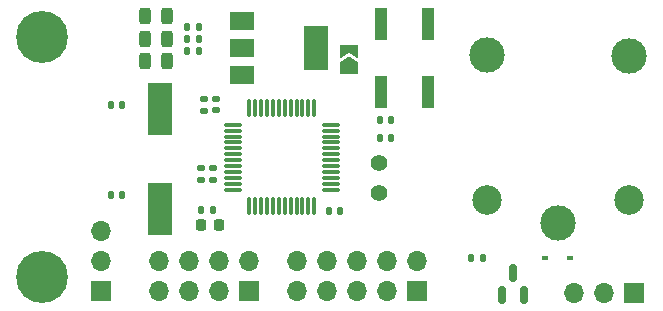
<source format=gbr>
%TF.GenerationSoftware,KiCad,Pcbnew,(6.0.7)*%
%TF.CreationDate,2022-09-05T20:23:25-07:00*%
%TF.ProjectId,EB4,4542342e-6b69-4636-9164-5f7063625858,rev?*%
%TF.SameCoordinates,Original*%
%TF.FileFunction,Soldermask,Top*%
%TF.FilePolarity,Negative*%
%FSLAX46Y46*%
G04 Gerber Fmt 4.6, Leading zero omitted, Abs format (unit mm)*
G04 Created by KiCad (PCBNEW (6.0.7)) date 2022-09-05 20:23:25*
%MOMM*%
%LPD*%
G01*
G04 APERTURE LIST*
G04 Aperture macros list*
%AMRoundRect*
0 Rectangle with rounded corners*
0 $1 Rounding radius*
0 $2 $3 $4 $5 $6 $7 $8 $9 X,Y pos of 4 corners*
0 Add a 4 corners polygon primitive as box body*
4,1,4,$2,$3,$4,$5,$6,$7,$8,$9,$2,$3,0*
0 Add four circle primitives for the rounded corners*
1,1,$1+$1,$2,$3*
1,1,$1+$1,$4,$5*
1,1,$1+$1,$6,$7*
1,1,$1+$1,$8,$9*
0 Add four rect primitives between the rounded corners*
20,1,$1+$1,$2,$3,$4,$5,0*
20,1,$1+$1,$4,$5,$6,$7,0*
20,1,$1+$1,$6,$7,$8,$9,0*
20,1,$1+$1,$8,$9,$2,$3,0*%
%AMFreePoly0*
4,1,6,1.000000,0.000000,0.500000,-0.750000,-0.500000,-0.750000,-0.500000,0.750000,0.500000,0.750000,1.000000,0.000000,1.000000,0.000000,$1*%
%AMFreePoly1*
4,1,6,0.500000,-0.750000,-0.650000,-0.750000,-0.150000,0.000000,-0.650000,0.750000,0.500000,0.750000,0.500000,-0.750000,0.500000,-0.750000,$1*%
G04 Aperture macros list end*
%ADD10R,0.600000X0.450000*%
%ADD11RoundRect,0.243750X-0.243750X-0.456250X0.243750X-0.456250X0.243750X0.456250X-0.243750X0.456250X0*%
%ADD12R,1.700000X1.700000*%
%ADD13O,1.700000X1.700000*%
%ADD14C,0.700000*%
%ADD15C,4.400000*%
%ADD16RoundRect,0.140000X0.170000X-0.140000X0.170000X0.140000X-0.170000X0.140000X-0.170000X-0.140000X0*%
%ADD17RoundRect,0.075000X-0.662500X-0.075000X0.662500X-0.075000X0.662500X0.075000X-0.662500X0.075000X0*%
%ADD18RoundRect,0.075000X-0.075000X-0.662500X0.075000X-0.662500X0.075000X0.662500X-0.075000X0.662500X0*%
%ADD19RoundRect,0.135000X-0.135000X-0.185000X0.135000X-0.185000X0.135000X0.185000X-0.135000X0.185000X0*%
%ADD20RoundRect,0.140000X0.140000X0.170000X-0.140000X0.170000X-0.140000X-0.170000X0.140000X-0.170000X0*%
%ADD21RoundRect,0.150000X0.150000X-0.587500X0.150000X0.587500X-0.150000X0.587500X-0.150000X-0.587500X0*%
%ADD22RoundRect,0.140000X-0.140000X-0.170000X0.140000X-0.170000X0.140000X0.170000X-0.140000X0.170000X0*%
%ADD23FreePoly0,90.000000*%
%ADD24FreePoly1,90.000000*%
%ADD25C,3.000000*%
%ADD26C,2.500000*%
%ADD27RoundRect,0.135000X0.135000X0.185000X-0.135000X0.185000X-0.135000X-0.185000X0.135000X-0.185000X0*%
%ADD28R,1.000000X2.800000*%
%ADD29C,1.400000*%
%ADD30R,2.000000X1.500000*%
%ADD31R,2.000000X3.800000*%
%ADD32RoundRect,0.225000X-0.225000X-0.250000X0.225000X-0.250000X0.225000X0.250000X-0.225000X0.250000X0*%
%ADD33R,2.000000X4.500000*%
G04 APERTURE END LIST*
D10*
%TO.C,D4*%
X108995500Y-85344000D03*
X111095500Y-85344000D03*
%TD*%
D11*
%TO.C,D2*%
X75072000Y-66802000D03*
X76947000Y-66802000D03*
%TD*%
D12*
%TO.C,J1*%
X71412500Y-88123000D03*
D13*
X71412500Y-85583000D03*
X71412500Y-83043000D03*
%TD*%
D14*
%TO.C,REF\u002A\u002A*%
X67524226Y-88161726D03*
X65190774Y-88161726D03*
X65190774Y-85828274D03*
X64707500Y-86995000D03*
D15*
X66357500Y-86995000D03*
D14*
X66357500Y-85345000D03*
X66357500Y-88645000D03*
X67524226Y-85828274D03*
X68007500Y-86995000D03*
%TD*%
D16*
%TO.C,C6*%
X80835500Y-78740000D03*
X80835500Y-77780000D03*
%TD*%
D14*
%TO.C,REF\u002A\u002A*%
X64707500Y-66675000D03*
X68007500Y-66675000D03*
X66357500Y-68325000D03*
X65190774Y-67841726D03*
X66357500Y-65025000D03*
D15*
X66357500Y-66675000D03*
D14*
X67524226Y-67841726D03*
X67524226Y-65508274D03*
X65190774Y-65508274D03*
%TD*%
D17*
%TO.C,U1*%
X82515000Y-74085000D03*
X82515000Y-74585000D03*
X82515000Y-75085000D03*
X82515000Y-75585000D03*
X82515000Y-76085000D03*
X82515000Y-76585000D03*
X82515000Y-77085000D03*
X82515000Y-77585000D03*
X82515000Y-78085000D03*
X82515000Y-78585000D03*
X82515000Y-79085000D03*
X82515000Y-79585000D03*
D18*
X83927500Y-80997500D03*
X84427500Y-80997500D03*
X84927500Y-80997500D03*
X85427500Y-80997500D03*
X85927500Y-80997500D03*
X86427500Y-80997500D03*
X86927500Y-80997500D03*
X87427500Y-80997500D03*
X87927500Y-80997500D03*
X88427500Y-80997500D03*
X88927500Y-80997500D03*
X89427500Y-80997500D03*
D17*
X90840000Y-79585000D03*
X90840000Y-79085000D03*
X90840000Y-78585000D03*
X90840000Y-78085000D03*
X90840000Y-77585000D03*
X90840000Y-77085000D03*
X90840000Y-76585000D03*
X90840000Y-76085000D03*
X90840000Y-75585000D03*
X90840000Y-75085000D03*
X90840000Y-74585000D03*
X90840000Y-74085000D03*
D18*
X89427500Y-72672500D03*
X88927500Y-72672500D03*
X88427500Y-72672500D03*
X87927500Y-72672500D03*
X87427500Y-72672500D03*
X86927500Y-72672500D03*
X86427500Y-72672500D03*
X85927500Y-72672500D03*
X85427500Y-72672500D03*
X84927500Y-72672500D03*
X84427500Y-72672500D03*
X83927500Y-72672500D03*
%TD*%
D16*
%TO.C,C2*%
X80073500Y-72898000D03*
X80073500Y-71938000D03*
%TD*%
D19*
%TO.C,R1*%
X78674500Y-67818000D03*
X79694500Y-67818000D03*
%TD*%
D20*
%TO.C,C10*%
X95920500Y-73660000D03*
X94960500Y-73660000D03*
%TD*%
D21*
%TO.C,Q1*%
X105285500Y-88489000D03*
X107185500Y-88489000D03*
X106235500Y-86614000D03*
%TD*%
D20*
%TO.C,C7*%
X73187500Y-72390000D03*
X72227500Y-72390000D03*
%TD*%
D22*
%TO.C,C9*%
X79875500Y-81280000D03*
X80835500Y-81280000D03*
%TD*%
D20*
%TO.C,C8*%
X73187500Y-80010000D03*
X72227500Y-80010000D03*
%TD*%
D23*
%TO.C,JP2*%
X92392500Y-69305000D03*
D24*
X92392500Y-67855000D03*
%TD*%
D12*
%TO.C,J2*%
X98107500Y-88158000D03*
D13*
X98107500Y-85618000D03*
X95567500Y-88158000D03*
X95567500Y-85618000D03*
X93027500Y-88158000D03*
X93027500Y-85618000D03*
X90487500Y-88158000D03*
X90487500Y-85618000D03*
X87947500Y-88158000D03*
X87947500Y-85618000D03*
%TD*%
D25*
%TO.C,K1*%
X110045500Y-82414000D03*
D26*
X116095500Y-80464000D03*
D25*
X116095500Y-68264000D03*
X104045500Y-68214000D03*
D26*
X104095500Y-80464000D03*
%TD*%
D27*
%TO.C,R4*%
X103697500Y-85344000D03*
X102677500Y-85344000D03*
%TD*%
D20*
%TO.C,C3*%
X91602500Y-81407000D03*
X90642500Y-81407000D03*
%TD*%
D16*
%TO.C,C1*%
X81089500Y-72870000D03*
X81089500Y-71910000D03*
%TD*%
D11*
%TO.C,D3*%
X75072000Y-64897000D03*
X76947000Y-64897000D03*
%TD*%
D19*
%TO.C,R2*%
X78674500Y-66802000D03*
X79694500Y-66802000D03*
%TD*%
D12*
%TO.C,J3*%
X83883500Y-88138000D03*
D13*
X83883500Y-85598000D03*
X81343500Y-88138000D03*
X81343500Y-85598000D03*
X78803500Y-88138000D03*
X78803500Y-85598000D03*
X76263500Y-88138000D03*
X76263500Y-85598000D03*
%TD*%
D16*
%TO.C,C4*%
X79819500Y-78740000D03*
X79819500Y-77780000D03*
%TD*%
D28*
%TO.C,SW1*%
X95091500Y-65553000D03*
X95091500Y-71353000D03*
X99091500Y-71353000D03*
X99091500Y-65553000D03*
%TD*%
D12*
%TO.C,J4*%
X116507500Y-88290000D03*
D13*
X113967500Y-88290000D03*
X111427500Y-88290000D03*
%TD*%
D29*
%TO.C,JP1*%
X94932500Y-77363000D03*
X94932500Y-79903000D03*
%TD*%
D20*
%TO.C,C5*%
X95920500Y-75184000D03*
X94960500Y-75184000D03*
%TD*%
D19*
%TO.C,R3*%
X78674500Y-65786000D03*
X79694500Y-65786000D03*
%TD*%
D11*
%TO.C,D1*%
X75072000Y-68707000D03*
X76947000Y-68707000D03*
%TD*%
D30*
%TO.C,U2*%
X83273500Y-65264000D03*
X83273500Y-67564000D03*
D31*
X89573500Y-67564000D03*
D30*
X83273500Y-69864000D03*
%TD*%
D32*
%TO.C,C11*%
X79806500Y-82550000D03*
X81356500Y-82550000D03*
%TD*%
D33*
%TO.C,Y1*%
X76390500Y-81212000D03*
X76390500Y-72712000D03*
%TD*%
M02*

</source>
